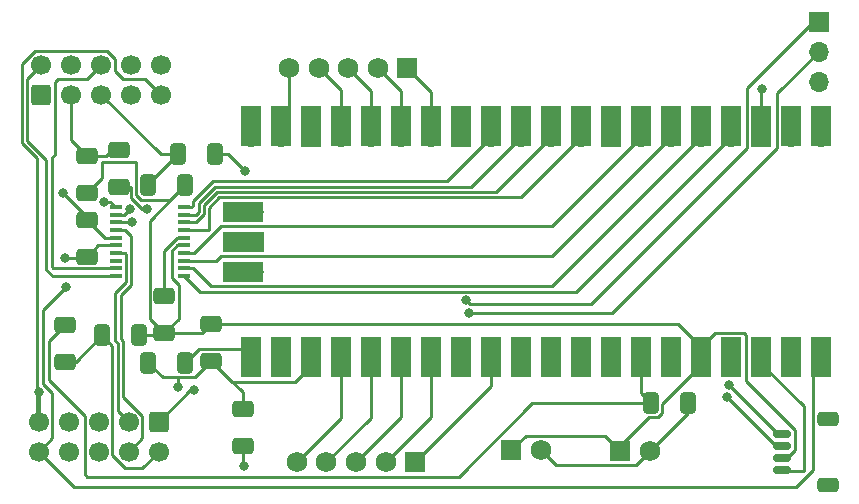
<source format=gbr>
%TF.GenerationSoftware,KiCad,Pcbnew,7.0.1-1.fc37*%
%TF.CreationDate,2023-03-22T21:56:34-05:00*%
%TF.ProjectId,main_board,6d61696e-5f62-46f6-9172-642e6b696361,rev?*%
%TF.SameCoordinates,Original*%
%TF.FileFunction,Copper,L1,Top*%
%TF.FilePolarity,Positive*%
%FSLAX46Y46*%
G04 Gerber Fmt 4.6, Leading zero omitted, Abs format (unit mm)*
G04 Created by KiCad (PCBNEW 7.0.1-1.fc37) date 2023-03-22 21:56:34*
%MOMM*%
%LPD*%
G01*
G04 APERTURE LIST*
G04 Aperture macros list*
%AMRoundRect*
0 Rectangle with rounded corners*
0 $1 Rounding radius*
0 $2 $3 $4 $5 $6 $7 $8 $9 X,Y pos of 4 corners*
0 Add a 4 corners polygon primitive as box body*
4,1,4,$2,$3,$4,$5,$6,$7,$8,$9,$2,$3,0*
0 Add four circle primitives for the rounded corners*
1,1,$1+$1,$2,$3*
1,1,$1+$1,$4,$5*
1,1,$1+$1,$6,$7*
1,1,$1+$1,$8,$9*
0 Add four rect primitives between the rounded corners*
20,1,$1+$1,$2,$3,$4,$5,0*
20,1,$1+$1,$4,$5,$6,$7,0*
20,1,$1+$1,$6,$7,$8,$9,0*
20,1,$1+$1,$8,$9,$2,$3,0*%
G04 Aperture macros list end*
%TA.AperFunction,ComponentPad*%
%ADD10R,1.750000X1.750000*%
%TD*%
%TA.AperFunction,ComponentPad*%
%ADD11C,1.750000*%
%TD*%
%TA.AperFunction,SMDPad,CuDef*%
%ADD12RoundRect,0.250000X0.650000X-0.412500X0.650000X0.412500X-0.650000X0.412500X-0.650000X-0.412500X0*%
%TD*%
%TA.AperFunction,SMDPad,CuDef*%
%ADD13RoundRect,0.150000X0.625000X-0.150000X0.625000X0.150000X-0.625000X0.150000X-0.625000X-0.150000X0*%
%TD*%
%TA.AperFunction,SMDPad,CuDef*%
%ADD14RoundRect,0.250000X0.650000X-0.350000X0.650000X0.350000X-0.650000X0.350000X-0.650000X-0.350000X0*%
%TD*%
%TA.AperFunction,SMDPad,CuDef*%
%ADD15RoundRect,0.250000X0.412500X0.650000X-0.412500X0.650000X-0.412500X-0.650000X0.412500X-0.650000X0*%
%TD*%
%TA.AperFunction,SMDPad,CuDef*%
%ADD16RoundRect,0.250000X-0.650000X0.412500X-0.650000X-0.412500X0.650000X-0.412500X0.650000X0.412500X0*%
%TD*%
%TA.AperFunction,SMDPad,CuDef*%
%ADD17RoundRect,0.250000X-0.412500X-0.650000X0.412500X-0.650000X0.412500X0.650000X-0.412500X0.650000X0*%
%TD*%
%TA.AperFunction,SMDPad,CuDef*%
%ADD18R,1.000000X0.400000*%
%TD*%
%TA.AperFunction,ComponentPad*%
%ADD19RoundRect,0.250000X0.600000X-0.600000X0.600000X0.600000X-0.600000X0.600000X-0.600000X-0.600000X0*%
%TD*%
%TA.AperFunction,ComponentPad*%
%ADD20C,1.700000*%
%TD*%
%TA.AperFunction,ComponentPad*%
%ADD21RoundRect,0.250000X-0.600000X0.600000X-0.600000X-0.600000X0.600000X-0.600000X0.600000X0.600000X0*%
%TD*%
%TA.AperFunction,ComponentPad*%
%ADD22O,1.700000X1.700000*%
%TD*%
%TA.AperFunction,SMDPad,CuDef*%
%ADD23R,1.700000X3.500000*%
%TD*%
%TA.AperFunction,ComponentPad*%
%ADD24R,1.700000X1.700000*%
%TD*%
%TA.AperFunction,SMDPad,CuDef*%
%ADD25R,3.500000X1.700000*%
%TD*%
%TA.AperFunction,ViaPad*%
%ADD26C,0.800000*%
%TD*%
%TA.AperFunction,Conductor*%
%ADD27C,0.250000*%
%TD*%
G04 APERTURE END LIST*
D10*
%TO.P,J12,1,Pin_1*%
%TO.N,Net-(J12-Pin_1)*%
X62741601Y-60228297D03*
D11*
%TO.P,J12,2,Pin_2*%
%TO.N,Net-(J12-Pin_2)*%
X60241601Y-60228297D03*
%TO.P,J12,3,Pin_3*%
%TO.N,Net-(J12-Pin_3)*%
X57741601Y-60228297D03*
%TO.P,J12,4,Pin_4*%
%TO.N,Net-(J12-Pin_4)*%
X55241601Y-60228297D03*
%TO.P,J12,5,Pin_5*%
%TO.N,Net-(J12-Pin_5)*%
X52741601Y-60228297D03*
%TD*%
D12*
%TO.P,C1,1*%
%TO.N,+5V*%
X34974595Y-42808775D03*
%TO.P,C1,2*%
%TO.N,GND*%
X34974595Y-39683775D03*
%TD*%
D13*
%TO.P,J7,1,Pin_1*%
%TO.N,GND*%
X93797278Y-60831647D03*
%TO.P,J7,2,Pin_2*%
%TO.N,3.3V*%
X93797278Y-59831647D03*
%TO.P,J7,3,Pin_3*%
%TO.N,Net-(J7-Pin_3)*%
X93797278Y-58831647D03*
%TO.P,J7,4,Pin_4*%
%TO.N,Net-(J7-Pin_4)*%
X93797278Y-57831647D03*
D14*
%TO.P,J7,MP*%
%TO.N,N/C*%
X97672278Y-62131647D03*
X97672278Y-56531647D03*
%TD*%
D10*
%TO.P,J8,1,Pin_1*%
%TO.N,Net-(J8-Pin_1)*%
X62095641Y-26831617D03*
D11*
%TO.P,J8,2,Pin_2*%
%TO.N,Net-(J8-Pin_2)*%
X59595641Y-26831617D03*
%TO.P,J8,3,Pin_3*%
%TO.N,Net-(J8-Pin_3)*%
X57095641Y-26831617D03*
%TO.P,J8,4,Pin_4*%
%TO.N,Net-(J8-Pin_4)*%
X54595641Y-26831617D03*
%TO.P,J8,5,Pin_5*%
%TO.N,Net-(J8-Pin_5)*%
X52095641Y-26831617D03*
%TD*%
D12*
%TO.P,R22,1*%
%TO.N,3.3V*%
X34941117Y-37399900D03*
%TO.P,R22,2*%
%TO.N,Encoder B*%
X34941117Y-34274900D03*
%TD*%
D15*
%TO.P,R24,1*%
%TO.N,3.3V*%
X39381889Y-49463968D03*
%TO.P,R24,2*%
%TO.N,Encoder Push*%
X36256889Y-49463968D03*
%TD*%
D12*
%TO.P,R1,1*%
%TO.N,3.3V*%
X41498529Y-49269604D03*
%TO.P,R1,2*%
%TO.N,Net-(U1-OE)*%
X41498529Y-46144604D03*
%TD*%
D16*
%TO.P,R25,1*%
%TO.N,Encoder B*%
X37700231Y-33772249D03*
%TO.P,R25,2*%
%TO.N,Net-(U2-GPIO17)*%
X37700231Y-36897249D03*
%TD*%
D12*
%TO.P,C2,1*%
%TO.N,GND*%
X45483465Y-51617759D03*
%TO.P,C2,2*%
%TO.N,3.3V*%
X45483465Y-48492759D03*
%TD*%
D10*
%TO.P,J5,1,Pin_1*%
%TO.N,3.3V*%
X80107542Y-59228823D03*
D11*
%TO.P,J5,2,Pin_2*%
%TO.N,GND*%
X82607542Y-59228823D03*
%TD*%
D15*
%TO.P,R23,1*%
%TO.N,3.3V*%
X43275680Y-36744807D03*
%TO.P,R23,2*%
%TO.N,Encoder A*%
X40150680Y-36744807D03*
%TD*%
D12*
%TO.P,R27,1*%
%TO.N,Encoder Push*%
X33093697Y-51727027D03*
%TO.P,R27,2*%
%TO.N,Net-(U2-GPIO28_ADC2)*%
X33093697Y-48602027D03*
%TD*%
D17*
%TO.P,R26,1*%
%TO.N,Encoder A*%
X42672555Y-34153418D03*
%TO.P,R26,2*%
%TO.N,Net-(U2-GPIO16)*%
X45797555Y-34153418D03*
%TD*%
%TO.P,C5,1*%
%TO.N,GND*%
X40138282Y-51788156D03*
%TO.P,C5,2*%
%TO.N,Net-(U2-GPIO16)*%
X43263282Y-51788156D03*
%TD*%
D18*
%TO.P,U1,1,A1*%
%TO.N,Net-(U1-A1)*%
X43209358Y-44457010D03*
%TO.P,U1,2,A2*%
%TO.N,Net-(U1-A2)*%
X43209358Y-43807010D03*
%TO.P,U1,3,A3*%
%TO.N,Net-(U1-A3)*%
X43209358Y-43157010D03*
%TO.P,U1,4,A4*%
%TO.N,Net-(U1-A4)*%
X43209358Y-42507010D03*
%TO.P,U1,5,VCCA*%
%TO.N,3.3V*%
X43209358Y-41857010D03*
%TO.P,U1,6,OE*%
%TO.N,Net-(U1-OE)*%
X43209358Y-41207010D03*
%TO.P,U1,7,A5*%
%TO.N,Net-(U1-A5)*%
X43209358Y-40557010D03*
%TO.P,U1,8,A6*%
%TO.N,Net-(U1-A6)*%
X43209358Y-39907010D03*
%TO.P,U1,9,A7*%
%TO.N,Net-(U1-A7)*%
X43209358Y-39257010D03*
%TO.P,U1,10,A8*%
%TO.N,Net-(U1-A8)*%
X43209358Y-38607010D03*
%TO.P,U1,11,B8*%
%TO.N,5V Backlight*%
X37409358Y-38607010D03*
%TO.P,U1,12,B7*%
%TO.N,5V Buzz*%
X37409358Y-39257010D03*
%TO.P,U1,13,B6*%
%TO.N,5V LCD Reset*%
X37409358Y-39907010D03*
%TO.P,U1,14,B5*%
%TO.N,5V LCD RS*%
X37409358Y-40557010D03*
%TO.P,U1,15,GND*%
%TO.N,GND*%
X37409358Y-41207010D03*
%TO.P,U1,16,VCCB*%
%TO.N,+5V*%
X37409358Y-41857010D03*
%TO.P,U1,17,B4*%
%TO.N,5V LCD CS*%
X37409358Y-42507010D03*
%TO.P,U1,18,B3*%
%TO.N,unconnected-(U1-B3-Pad18)*%
X37409358Y-43157010D03*
%TO.P,U1,19,B2*%
%TO.N,5V LCD MOSI*%
X37409358Y-43807010D03*
%TO.P,U1,20,B1*%
%TO.N,5V LCD CLK*%
X37409358Y-44457010D03*
%TD*%
D15*
%TO.P,C3,1*%
%TO.N,GND*%
X85822069Y-55189997D03*
%TO.P,C3,2*%
%TO.N,Net-(U2-GPIO28_ADC2)*%
X82697069Y-55189997D03*
%TD*%
D19*
%TO.P,J10,1,Pin_1*%
%TO.N,unconnected-(J10-Pin_1-Pad1)*%
X31081671Y-29113830D03*
D20*
%TO.P,J10,2,Pin_2*%
%TO.N,5V LCD CLK*%
X31081671Y-26573830D03*
%TO.P,J10,3,Pin_3*%
%TO.N,Encoder B*%
X33621671Y-29113830D03*
%TO.P,J10,4,Pin_4*%
%TO.N,unconnected-(J10-Pin_4-Pad4)*%
X33621671Y-26573830D03*
%TO.P,J10,5,Pin_5*%
%TO.N,Encoder A*%
X36161671Y-29113830D03*
%TO.P,J10,6,Pin_6*%
%TO.N,5V LCD MOSI*%
X36161671Y-26573830D03*
%TO.P,J10,7,Pin_7*%
%TO.N,unconnected-(J10-Pin_7-Pad7)*%
X38701671Y-29113830D03*
%TO.P,J10,8,Pin_8*%
%TO.N,Reset*%
X38701671Y-26573830D03*
%TO.P,J10,9,Pin_9*%
%TO.N,GND*%
X41241671Y-29113830D03*
%TO.P,J10,10,Pin_10*%
%TO.N,unconnected-(J10-Pin_10-Pad10)*%
X41241671Y-26573830D03*
%TD*%
D10*
%TO.P,J3,1,Pin_1*%
%TO.N,3.3V*%
X70905936Y-59166929D03*
D11*
%TO.P,J3,2,Pin_2*%
%TO.N,GND*%
X73405936Y-59166929D03*
%TD*%
D21*
%TO.P,J9,1,Pin_1*%
%TO.N,5V Buzz*%
X41027765Y-56779055D03*
D20*
%TO.P,J9,2,Pin_2*%
%TO.N,Encoder Push*%
X41027765Y-59319055D03*
%TO.P,J9,3,Pin_3*%
%TO.N,5V LCD CS*%
X38487765Y-56779055D03*
%TO.P,J9,4,Pin_4*%
%TO.N,5V LCD RS*%
X38487765Y-59319055D03*
%TO.P,J9,5,Pin_5*%
%TO.N,5V LCD Reset*%
X35947765Y-56779055D03*
%TO.P,J9,6,Pin_6*%
%TO.N,5V Backlight*%
X35947765Y-59319055D03*
%TO.P,J9,7,Pin_7*%
%TO.N,unconnected-(J9-Pin_7-Pad7)*%
X33407765Y-56779055D03*
%TO.P,J9,8,Pin_8*%
%TO.N,unconnected-(J9-Pin_8-Pad8)*%
X33407765Y-59319055D03*
%TO.P,J9,9,Pin_9*%
%TO.N,GND*%
X30867765Y-56779055D03*
%TO.P,J9,10,Pin_10*%
%TO.N,+5V*%
X30867765Y-59319055D03*
%TD*%
D16*
%TO.P,C6,1*%
%TO.N,GND*%
X48162538Y-55746620D03*
%TO.P,C6,2*%
%TO.N,Net-(U2-GPIO17)*%
X48162538Y-58871620D03*
%TD*%
D22*
%TO.P,U2,1,GPIO0*%
%TO.N,unconnected-(U2-GPIO0-Pad1)*%
X97130000Y-32660114D03*
D23*
X97130000Y-31760114D03*
D22*
%TO.P,U2,2,GPIO1*%
%TO.N,unconnected-(U2-GPIO1-Pad2)*%
X94590000Y-32660114D03*
D23*
X94590000Y-31760114D03*
D24*
%TO.P,U2,3,GND*%
%TO.N,GND*%
X92050000Y-32660114D03*
D23*
X92050000Y-31760114D03*
D22*
%TO.P,U2,4,GPIO2*%
%TO.N,Net-(U1-A1)*%
X89510000Y-32660114D03*
D23*
X89510000Y-31760114D03*
D22*
%TO.P,U2,5,GPIO3*%
%TO.N,Net-(U1-A2)*%
X86970000Y-32660114D03*
D23*
X86970000Y-31760114D03*
D22*
%TO.P,U2,6,GPIO4*%
%TO.N,Net-(U1-A3)*%
X84430000Y-32660114D03*
D23*
X84430000Y-31760114D03*
D22*
%TO.P,U2,7,GPIO5*%
%TO.N,Net-(U1-A4)*%
X81890000Y-32660114D03*
D23*
X81890000Y-31760114D03*
D24*
%TO.P,U2,8,GND*%
%TO.N,GND*%
X79350000Y-32660114D03*
D23*
X79350000Y-31760114D03*
D22*
%TO.P,U2,9,GPIO6*%
%TO.N,Net-(U1-A5)*%
X76810000Y-32660114D03*
D23*
X76810000Y-31760114D03*
D22*
%TO.P,U2,10,GPIO7*%
%TO.N,Net-(U1-A6)*%
X74270000Y-32660114D03*
D23*
X74270000Y-31760114D03*
D22*
%TO.P,U2,11,GPIO8*%
%TO.N,Net-(U1-A7)*%
X71730000Y-32660114D03*
D23*
X71730000Y-31760114D03*
D22*
%TO.P,U2,12,GPIO9*%
%TO.N,Net-(U1-A8)*%
X69190000Y-32660114D03*
D23*
X69190000Y-31760114D03*
D24*
%TO.P,U2,13,GND*%
%TO.N,GND*%
X66650000Y-32660114D03*
D23*
X66650000Y-31760114D03*
D22*
%TO.P,U2,14,GPIO10*%
%TO.N,Net-(J8-Pin_1)*%
X64110000Y-32660114D03*
D23*
X64110000Y-31760114D03*
D22*
%TO.P,U2,15,GPIO11*%
%TO.N,Net-(J8-Pin_2)*%
X61570000Y-32660114D03*
D23*
X61570000Y-31760114D03*
D22*
%TO.P,U2,16,GPIO12*%
%TO.N,Net-(J8-Pin_3)*%
X59030000Y-32660114D03*
D23*
X59030000Y-31760114D03*
D22*
%TO.P,U2,17,GPIO13*%
%TO.N,Net-(J8-Pin_4)*%
X56490000Y-32660114D03*
D23*
X56490000Y-31760114D03*
D24*
%TO.P,U2,18,GND*%
%TO.N,GND*%
X53950000Y-32660114D03*
D23*
X53950000Y-31760114D03*
D22*
%TO.P,U2,19,GPIO14*%
%TO.N,Net-(J8-Pin_5)*%
X51410000Y-32660114D03*
D23*
X51410000Y-31760114D03*
D22*
%TO.P,U2,20,GPIO15*%
%TO.N,unconnected-(U2-GPIO15-Pad20)*%
X48870000Y-32660114D03*
D23*
X48870000Y-31760114D03*
D22*
%TO.P,U2,21,GPIO16*%
%TO.N,Net-(U2-GPIO16)*%
X48870000Y-50440114D03*
D23*
X48870000Y-51340114D03*
D22*
%TO.P,U2,22,GPIO17*%
%TO.N,Net-(U2-GPIO17)*%
X51410000Y-50440114D03*
D23*
X51410000Y-51340114D03*
D24*
%TO.P,U2,23,GND*%
%TO.N,GND*%
X53950000Y-50440114D03*
D23*
X53950000Y-51340114D03*
D22*
%TO.P,U2,24,GPIO18*%
%TO.N,Net-(J12-Pin_5)*%
X56490000Y-50440114D03*
D23*
X56490000Y-51340114D03*
D22*
%TO.P,U2,25,GPIO19*%
%TO.N,Net-(J12-Pin_4)*%
X59030000Y-50440114D03*
D23*
X59030000Y-51340114D03*
D22*
%TO.P,U2,26,GPIO20*%
%TO.N,Net-(J12-Pin_3)*%
X61570000Y-50440114D03*
D23*
X61570000Y-51340114D03*
D22*
%TO.P,U2,27,GPIO21*%
%TO.N,Net-(J12-Pin_2)*%
X64110000Y-50440114D03*
D23*
X64110000Y-51340114D03*
D24*
%TO.P,U2,28,GND*%
%TO.N,unconnected-(U2-GND-Pad28)*%
X66650000Y-50440114D03*
D23*
X66650000Y-51340114D03*
D22*
%TO.P,U2,29,GPIO22*%
%TO.N,Net-(J12-Pin_1)*%
X69190000Y-50440114D03*
D23*
X69190000Y-51340114D03*
D22*
%TO.P,U2,30,RUN*%
%TO.N,Reset*%
X71730000Y-50440114D03*
D23*
X71730000Y-51340114D03*
D22*
%TO.P,U2,31,GPIO26_ADC0*%
%TO.N,Net-(J7-Pin_3)*%
X74270000Y-50440114D03*
D23*
X74270000Y-51340114D03*
D22*
%TO.P,U2,32,GPIO27_ADC1*%
%TO.N,Net-(J7-Pin_4)*%
X76810000Y-50440114D03*
D23*
X76810000Y-51340114D03*
D24*
%TO.P,U2,33,AGND*%
%TO.N,unconnected-(U2-AGND-Pad33)*%
X79350000Y-50440114D03*
D23*
X79350000Y-51340114D03*
D22*
%TO.P,U2,34,GPIO28_ADC2*%
%TO.N,Net-(U2-GPIO28_ADC2)*%
X81890000Y-50440114D03*
D23*
X81890000Y-51340114D03*
D22*
%TO.P,U2,35,ADC_VREF*%
%TO.N,unconnected-(U2-ADC_VREF-Pad35)*%
X84430000Y-50440114D03*
D23*
X84430000Y-51340114D03*
D22*
%TO.P,U2,36,3V3*%
%TO.N,3.3V*%
X86970000Y-50440114D03*
D23*
X86970000Y-51340114D03*
D22*
%TO.P,U2,37,3V3_EN*%
%TO.N,unconnected-(U2-3V3_EN-Pad37)*%
X89510000Y-50440114D03*
D23*
X89510000Y-51340114D03*
D24*
%TO.P,U2,38,GND*%
%TO.N,GND*%
X92050000Y-50440114D03*
D23*
X92050000Y-51340114D03*
D22*
%TO.P,U2,39,VSYS*%
%TO.N,unconnected-(U2-VSYS-Pad39)*%
X94590000Y-50440114D03*
D23*
X94590000Y-51340114D03*
D22*
%TO.P,U2,40,VBUS*%
%TO.N,+5V*%
X97130000Y-50440114D03*
D23*
X97130000Y-51340114D03*
D22*
%TO.P,U2,41,SWCLK*%
%TO.N,Net-(J1-Pin_1)*%
X49100000Y-39010114D03*
D25*
X48200000Y-39010114D03*
D24*
%TO.P,U2,42,GND*%
%TO.N,Net-(J1-Pin_2)*%
X49100000Y-41550114D03*
D25*
X48200000Y-41550114D03*
D22*
%TO.P,U2,43,SWDIO*%
%TO.N,Net-(J1-Pin_3)*%
X49100000Y-44090114D03*
D25*
X48200000Y-44090114D03*
%TD*%
D24*
%TO.P,J1,1,Pin_1*%
%TO.N,Net-(J1-Pin_1)*%
X96916842Y-22939838D03*
D22*
%TO.P,J1,2,Pin_2*%
%TO.N,Net-(J1-Pin_2)*%
X96916842Y-25479838D03*
%TO.P,J1,3,Pin_3*%
%TO.N,Net-(J1-Pin_3)*%
X96916842Y-28019838D03*
%TD*%
D26*
%TO.N,+5V*%
X33097486Y-42885560D03*
X33196517Y-45361329D03*
%TO.N,Net-(J1-Pin_2)*%
X67337307Y-47616213D03*
%TO.N,Net-(J1-Pin_1)*%
X67078176Y-46510369D03*
%TO.N,Net-(J7-Pin_3)*%
X89194466Y-54681090D03*
%TO.N,Net-(J7-Pin_4)*%
X89320898Y-53689616D03*
%TO.N,Net-(U2-GPIO16)*%
X48322838Y-35539848D03*
%TO.N,Net-(U2-GPIO17)*%
X48245064Y-60548250D03*
X40023249Y-38752502D03*
%TO.N,5V Buzz*%
X44003246Y-54121423D03*
X38605988Y-38736782D03*
%TO.N,5V LCD Reset*%
X38751152Y-39906545D03*
%TO.N,5V Backlight*%
X36374241Y-38141593D03*
%TO.N,GND*%
X92082636Y-28652067D03*
X30915522Y-54259827D03*
X32954439Y-37401062D03*
X42675899Y-53841945D03*
%TD*%
D27*
%TO.N,+5V*%
X33097486Y-42885560D02*
X34897810Y-42885560D01*
X96447278Y-51122836D02*
X97130000Y-50440114D01*
X31275695Y-53594695D02*
X31275695Y-47282151D01*
X96447278Y-60853496D02*
X96447278Y-51122836D01*
X32042765Y-54361765D02*
X31275695Y-53594695D01*
X30867765Y-59319055D02*
X33872394Y-62323684D01*
X31275695Y-47282151D02*
X33196517Y-45361329D01*
X32042765Y-58144055D02*
X32042765Y-54361765D01*
X30867765Y-59319055D02*
X32042765Y-58144055D01*
X33872394Y-62323684D02*
X94977090Y-62323684D01*
X94977090Y-62323684D02*
X96447278Y-60853496D01*
X34897810Y-42885560D02*
X34974595Y-42808775D01*
X35926360Y-41857010D02*
X37409358Y-41857010D01*
X34974595Y-42808775D02*
X35926360Y-41857010D01*
%TO.N,Net-(J1-Pin_2)*%
X93415000Y-33585000D02*
X93415000Y-28981680D01*
X79383787Y-47616213D02*
X93415000Y-33585000D01*
X93415000Y-28981680D02*
X96916842Y-25479838D01*
X67337307Y-47616213D02*
X79383787Y-47616213D01*
%TO.N,Net-(U1-OE)*%
X42593955Y-41207010D02*
X41498529Y-42302436D01*
X43209358Y-41207010D02*
X42593955Y-41207010D01*
X41498529Y-42302436D02*
X41498529Y-46144604D01*
%TO.N,Net-(U1-A1)*%
X44537717Y-45785369D02*
X76384745Y-45785369D01*
X43209358Y-44457010D02*
X44537717Y-45785369D01*
X76384745Y-45785369D02*
X89510000Y-32660114D01*
%TO.N,Net-(U1-A2)*%
X45463636Y-45311288D02*
X74318826Y-45311288D01*
X43209358Y-43807010D02*
X43959358Y-43807010D01*
X43959358Y-43807010D02*
X45463636Y-45311288D01*
X74318826Y-45311288D02*
X86970000Y-32660114D01*
%TO.N,Net-(U1-A3)*%
X74353625Y-42736489D02*
X84430000Y-32660114D01*
X45883104Y-43157010D02*
X46303625Y-42736489D01*
X43209358Y-43157010D02*
X45883104Y-43157010D01*
X46303625Y-42736489D02*
X74353625Y-42736489D01*
%TO.N,Net-(U1-A4)*%
X74365000Y-40185114D02*
X81890000Y-32660114D01*
X46315000Y-40185114D02*
X74365000Y-40185114D01*
X43993104Y-42507010D02*
X46315000Y-40185114D01*
X43209358Y-42507010D02*
X43993104Y-42507010D01*
%TO.N,Net-(U1-A5)*%
X43209358Y-40557010D02*
X45306708Y-40557010D01*
X45306708Y-40557010D02*
X45306708Y-38653406D01*
X46175161Y-37784953D02*
X71685161Y-37784953D01*
X71685161Y-37784953D02*
X76810000Y-32660114D01*
X45306708Y-38653406D02*
X46175161Y-37784953D01*
%TO.N,Net-(U1-A6)*%
X44162409Y-39907010D02*
X44856708Y-39212711D01*
X45988765Y-37334953D02*
X69595161Y-37334953D01*
X44856708Y-39212711D02*
X44856708Y-38467010D01*
X43209358Y-39907010D02*
X44162409Y-39907010D01*
X69595161Y-37334953D02*
X74270000Y-32660114D01*
X44856708Y-38467010D02*
X45988765Y-37334953D01*
%TO.N,Net-(J1-Pin_1)*%
X96438502Y-22939838D02*
X90875000Y-28503340D01*
X67417846Y-46850039D02*
X67078176Y-46510369D01*
X96916842Y-22939838D02*
X96438502Y-22939838D01*
X77670075Y-46850039D02*
X67417846Y-46850039D01*
X90875000Y-28503340D02*
X90875000Y-33645114D01*
X90875000Y-33645114D02*
X77670075Y-46850039D01*
%TO.N,Net-(J7-Pin_3)*%
X89194466Y-54681090D02*
X93310527Y-58797151D01*
X93310527Y-58797151D02*
X93789537Y-58797151D01*
X93789537Y-58797151D02*
X93822500Y-58830114D01*
%TO.N,Net-(J7-Pin_4)*%
X93461396Y-57830114D02*
X93822500Y-57830114D01*
X89320898Y-53689616D02*
X93461396Y-57830114D01*
%TO.N,Net-(U2-GPIO16)*%
X44421179Y-50630259D02*
X48679855Y-50630259D01*
X46936408Y-34153418D02*
X48322838Y-35539848D01*
X43263282Y-51788156D02*
X44421179Y-50630259D01*
X45797555Y-34153418D02*
X46936408Y-34153418D01*
X48679855Y-50630259D02*
X48870000Y-50440114D01*
%TO.N,Net-(U2-GPIO17)*%
X38706176Y-36918500D02*
X37588814Y-36918500D01*
X39646306Y-38752502D02*
X38706176Y-37812372D01*
X40023249Y-38752502D02*
X39646306Y-38752502D01*
X48162538Y-58871620D02*
X48162538Y-60465724D01*
X38706176Y-37812372D02*
X38706176Y-36918500D01*
X48162538Y-60465724D02*
X48245064Y-60548250D01*
%TO.N,Encoder Push*%
X37122765Y-59615756D02*
X38189302Y-60682293D01*
X39664527Y-60682293D02*
X41027765Y-59319055D01*
X33993830Y-51727027D02*
X33093697Y-51727027D01*
X36256889Y-49463968D02*
X33993830Y-51727027D01*
X36256889Y-49463968D02*
X37122765Y-50329844D01*
X37122765Y-50329844D02*
X37122765Y-59615756D01*
X38189302Y-60682293D02*
X39664527Y-60682293D01*
%TO.N,Encoder A*%
X41201259Y-34153418D02*
X36161671Y-29113830D01*
X40150680Y-36675293D02*
X42672555Y-34153418D01*
X42672555Y-34153418D02*
X41201259Y-34153418D01*
X40150680Y-36744807D02*
X40150680Y-36675293D01*
%TO.N,Encoder B*%
X33621671Y-32955454D02*
X33621671Y-29113830D01*
X37096491Y-33793500D02*
X37588814Y-33793500D01*
X34941117Y-34274900D02*
X36615091Y-34274900D01*
X36615091Y-34274900D02*
X37096491Y-33793500D01*
X34941117Y-34274900D02*
X33621671Y-32955454D01*
%TO.N,Net-(J8-Pin_5)*%
X52095641Y-31974473D02*
X51410000Y-32660114D01*
X52095641Y-26831617D02*
X52095641Y-31974473D01*
%TO.N,Net-(J8-Pin_4)*%
X56490000Y-28725976D02*
X56490000Y-32660114D01*
X54595641Y-26831617D02*
X56490000Y-28725976D01*
%TO.N,Net-(J8-Pin_3)*%
X57095641Y-26831617D02*
X59030000Y-28765976D01*
X59030000Y-28765976D02*
X59030000Y-32660114D01*
%TO.N,Net-(J8-Pin_2)*%
X59595641Y-26831617D02*
X61570000Y-28805976D01*
X61570000Y-28805976D02*
X61570000Y-32660114D01*
%TO.N,Net-(J8-Pin_1)*%
X64110000Y-28845976D02*
X64110000Y-32660114D01*
X62095641Y-26831617D02*
X64110000Y-28845976D01*
%TO.N,5V Buzz*%
X43685397Y-54121423D02*
X44003246Y-54121423D01*
X37409358Y-39257010D02*
X38085760Y-39257010D01*
X38085760Y-39257010D02*
X38605988Y-38736782D01*
X41027765Y-56779055D02*
X43685397Y-54121423D01*
%TO.N,5V LCD CS*%
X38159358Y-42507010D02*
X38234358Y-42582010D01*
X37572765Y-50143448D02*
X37572765Y-55864055D01*
X37367000Y-49937683D02*
X37572765Y-50143448D01*
X38234358Y-42582010D02*
X38234358Y-44982010D01*
X37367000Y-45849368D02*
X37367000Y-49937683D01*
X38234358Y-44982010D02*
X37367000Y-45849368D01*
X37409358Y-42507010D02*
X38159358Y-42507010D01*
X37572765Y-55864055D02*
X38487765Y-56779055D01*
%TO.N,5V LCD RS*%
X37409358Y-40557010D02*
X38159358Y-40557010D01*
X37817000Y-46035764D02*
X37817000Y-49751287D01*
X38022765Y-54652354D02*
X39662765Y-56292354D01*
X38684358Y-45168406D02*
X37817000Y-46035764D01*
X38159358Y-40557010D02*
X38684358Y-41082010D01*
X38022765Y-49957052D02*
X38022765Y-54652354D01*
X37817000Y-49751287D02*
X38022765Y-49957052D01*
X38684358Y-41082010D02*
X38684358Y-45168406D01*
X39662765Y-56292354D02*
X39662765Y-58144055D01*
X39662765Y-58144055D02*
X38487765Y-59319055D01*
%TO.N,5V LCD Reset*%
X37409358Y-39907010D02*
X38750687Y-39907010D01*
X38750687Y-39907010D02*
X38751152Y-39906545D01*
%TO.N,5V Backlight*%
X36374241Y-38141593D02*
X36943941Y-38141593D01*
X36943941Y-38141593D02*
X37409358Y-38607010D01*
%TO.N,5V LCD CLK*%
X31526049Y-43909218D02*
X32073841Y-44457010D01*
X29906671Y-32980016D02*
X31526049Y-34599394D01*
X31081671Y-26573830D02*
X29906671Y-27748830D01*
X31526049Y-34599394D02*
X31526049Y-43909218D01*
X32073841Y-44457010D02*
X37409358Y-44457010D01*
X29906671Y-27748830D02*
X29906671Y-32980016D01*
%TO.N,5V LCD MOSI*%
X31976049Y-43722822D02*
X32060237Y-43807010D01*
X32256671Y-34132376D02*
X31976049Y-34412998D01*
X32060237Y-43807010D02*
X37409358Y-43807010D01*
X36161671Y-26573830D02*
X34986671Y-27748830D01*
X32491797Y-27748830D02*
X32256671Y-27983956D01*
X32256671Y-27983956D02*
X32256671Y-34132376D01*
X34986671Y-27748830D02*
X32491797Y-27748830D01*
X31976049Y-34412998D02*
X31976049Y-43722822D01*
%TO.N,Net-(U1-A7)*%
X45802369Y-36884953D02*
X67505161Y-36884953D01*
X44406708Y-38280614D02*
X45802369Y-36884953D01*
X43209358Y-39257010D02*
X44176013Y-39257010D01*
X67505161Y-36884953D02*
X71730000Y-32660114D01*
X44176013Y-39257010D02*
X44406708Y-39026315D01*
X44406708Y-39026315D02*
X44406708Y-38280614D01*
%TO.N,Net-(U1-A8)*%
X43209358Y-38607010D02*
X43823203Y-38607010D01*
X43823203Y-38607010D02*
X43956708Y-38473505D01*
X45627646Y-36423280D02*
X65426834Y-36423280D01*
X43956708Y-38473505D02*
X43956708Y-38094218D01*
X65426834Y-36423280D02*
X69190000Y-32660114D01*
X43956708Y-38094218D02*
X45627646Y-36423280D01*
%TO.N,Net-(J12-Pin_1)*%
X62741601Y-60228297D02*
X69190000Y-53779898D01*
X69190000Y-53779898D02*
X69190000Y-50440114D01*
%TO.N,Net-(J12-Pin_2)*%
X60241601Y-60228297D02*
X64110000Y-56359898D01*
X64110000Y-56359898D02*
X64110000Y-50440114D01*
%TO.N,Net-(J12-Pin_3)*%
X57741601Y-60228297D02*
X61570000Y-56399898D01*
X61570000Y-56399898D02*
X61570000Y-50440114D01*
%TO.N,Net-(J12-Pin_4)*%
X59030000Y-56439898D02*
X59030000Y-50440114D01*
X55241601Y-60228297D02*
X59030000Y-56439898D01*
%TO.N,Net-(J12-Pin_5)*%
X56490000Y-56479898D02*
X52741601Y-60228297D01*
X56490000Y-50440114D02*
X56490000Y-56479898D01*
%TO.N,GND*%
X48162538Y-54296832D02*
X45483465Y-51617759D01*
X42675899Y-53841945D02*
X42675899Y-53018122D01*
X40138282Y-51788156D02*
X41363282Y-53013156D01*
X41363282Y-53013156D02*
X43798210Y-53013156D01*
X95666567Y-60960469D02*
X95666567Y-55491156D01*
X94399606Y-60960469D02*
X95666567Y-60960469D01*
X30867765Y-54307584D02*
X30915522Y-54259827D01*
X39876671Y-27748830D02*
X41241671Y-29113830D01*
X92050000Y-51874589D02*
X92050000Y-50440114D01*
X38024970Y-27748830D02*
X39876671Y-27748830D01*
X29456671Y-33165851D02*
X29456671Y-26505765D01*
X30736213Y-56647503D02*
X30736213Y-34445393D01*
X81407542Y-60428823D02*
X82607542Y-59228823D01*
X92050000Y-28684703D02*
X92082636Y-28652067D01*
X43798210Y-53013156D02*
X44088068Y-53013156D01*
X73405936Y-59166929D02*
X74667830Y-60428823D01*
X42675899Y-53018122D02*
X42680865Y-53013156D01*
X48162538Y-55746620D02*
X48162538Y-54296832D01*
X85822069Y-55189997D02*
X85822069Y-56014296D01*
X85822069Y-56014296D02*
X82607542Y-59228823D01*
X92050000Y-32660114D02*
X92050000Y-28684703D01*
X29456671Y-26505765D02*
X30563606Y-25398830D01*
X44088068Y-53013156D02*
X45483465Y-51617759D01*
X52585000Y-53415114D02*
X53950000Y-52050114D01*
X36497830Y-41207010D02*
X37409358Y-41207010D01*
X45483465Y-51617759D02*
X47280820Y-53415114D01*
X30736213Y-34445393D02*
X29456671Y-33165851D01*
X93822500Y-60830114D02*
X94269251Y-60830114D01*
X94269251Y-60830114D02*
X94399606Y-60960469D01*
X34974595Y-39683775D02*
X36497830Y-41207010D01*
X30867765Y-56779055D02*
X30867765Y-54307584D01*
X37336671Y-26087129D02*
X37336671Y-27060531D01*
X34974595Y-39683775D02*
X34974595Y-39421218D01*
X30867765Y-56779055D02*
X30736213Y-56647503D01*
X53950000Y-52050114D02*
X53950000Y-50440114D01*
X74667830Y-60428823D02*
X81407542Y-60428823D01*
X30563606Y-25398830D02*
X36648372Y-25398830D01*
X42680865Y-53013156D02*
X43798210Y-53013156D01*
X95666567Y-55491156D02*
X92050000Y-51874589D01*
X37336671Y-27060531D02*
X38024970Y-27748830D01*
X36648372Y-25398830D02*
X37336671Y-26087129D01*
X47280820Y-53415114D02*
X52585000Y-53415114D01*
X34974595Y-39421218D02*
X32954439Y-37401062D01*
%TO.N,3.3V*%
X94897278Y-57484896D02*
X94897278Y-59178398D01*
X83684569Y-55239490D02*
X86970000Y-51954059D01*
X39381889Y-49463968D02*
X41304165Y-49463968D01*
X41498529Y-49269604D02*
X42723529Y-48044604D01*
X42723529Y-48044604D02*
X42723529Y-45175639D01*
X42122865Y-44574975D02*
X42122865Y-42323172D01*
X72105936Y-57966929D02*
X78845648Y-57966929D01*
X78845648Y-57966929D02*
X80107542Y-59228823D01*
X40273529Y-39746958D02*
X40273529Y-48044604D01*
X42723529Y-45175639D02*
X42122865Y-44574975D01*
X70905936Y-59166929D02*
X72105936Y-57966929D01*
X41992485Y-38028002D02*
X43275680Y-36744807D01*
X41498529Y-49269604D02*
X44706620Y-49269604D01*
X86970000Y-50440114D02*
X85022645Y-48492759D01*
X82509062Y-56414997D02*
X83347742Y-56414997D01*
X94244029Y-59831647D02*
X93797278Y-59831647D01*
X36212223Y-36128794D02*
X36212223Y-34781000D01*
X90555934Y-49265114D02*
X90736213Y-49445393D01*
X90736213Y-53323831D02*
X94897278Y-57484896D01*
X88145000Y-49265114D02*
X90555934Y-49265114D01*
X41304165Y-49463968D02*
X41498529Y-49269604D01*
X86970000Y-50440114D02*
X88145000Y-49265114D01*
X80107542Y-58816517D02*
X82509062Y-56414997D01*
X39156176Y-37625976D02*
X39558202Y-38028002D01*
X36212223Y-34781000D02*
X39156176Y-34781000D01*
X40273529Y-48044604D02*
X41498529Y-49269604D01*
X86970000Y-51954059D02*
X86970000Y-50440114D01*
X83684569Y-56078170D02*
X83684569Y-55239490D01*
X42589027Y-41857010D02*
X43209358Y-41857010D01*
X42122865Y-42323172D02*
X42589027Y-41857010D01*
X39558202Y-38028002D02*
X41992485Y-38028002D01*
X90736213Y-49445393D02*
X90736213Y-53323831D01*
X80107542Y-59228823D02*
X80107542Y-58816517D01*
X44706620Y-49269604D02*
X45483465Y-48492759D01*
X43275680Y-36744807D02*
X40273529Y-39746958D01*
X85022645Y-48492759D02*
X45483465Y-48492759D01*
X34941117Y-37399900D02*
X36212223Y-36128794D01*
X83347742Y-56414997D02*
X83684569Y-56078170D01*
X39156176Y-34781000D02*
X39156176Y-37625976D01*
X94897278Y-59178398D02*
X94244029Y-59831647D01*
%TO.N,Net-(U2-GPIO28_ADC2)*%
X34989450Y-61428297D02*
X66428579Y-61428297D01*
X33093697Y-48602027D02*
X31868697Y-49827027D01*
X31868697Y-49827027D02*
X31725695Y-49970029D01*
X81890000Y-54382928D02*
X82697069Y-55189997D01*
X34772765Y-61211612D02*
X34989450Y-61428297D01*
X34772765Y-56292354D02*
X34772765Y-61211612D01*
X81890000Y-50440114D02*
X81890000Y-54382928D01*
X31725695Y-53245284D02*
X34772765Y-56292354D01*
X66428579Y-61428297D02*
X72666879Y-55189997D01*
X31725695Y-49970029D02*
X31725695Y-53245284D01*
X72666879Y-55189997D02*
X82697069Y-55189997D01*
%TD*%
M02*

</source>
